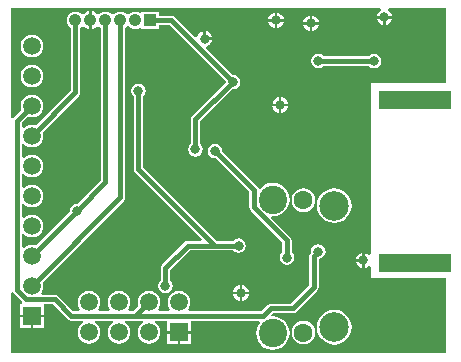
<source format=gbl>
%FSLAX25Y25*%
%MOIN*%
G70*
G01*
G75*
G04 Layer_Physical_Order=2*
G04 Layer_Color=16711680*
%ADD10R,0.07874X0.01969*%
%ADD11R,0.03543X0.03740*%
%ADD12R,0.03740X0.03543*%
%ADD13R,0.10268X0.03143*%
%ADD14R,0.10268X0.03543*%
%ADD15R,0.24016X0.06000*%
%ADD16O,0.01772X0.07284*%
%ADD17C,0.01500*%
%ADD18C,0.05906*%
%ADD19R,0.05906X0.05906*%
%ADD20R,0.05906X0.05906*%
%ADD21R,0.04200X0.04200*%
%ADD22C,0.04200*%
%ADD23C,0.03200*%
%ADD24C,0.09843*%
%ADD25C,0.09449*%
%ADD26C,0.06299*%
G36*
X347500Y392500D02*
X322500D01*
Y335850D01*
X321854Y335354D01*
X321311Y335771D01*
X320679Y336033D01*
X320400Y336070D01*
Y333500D01*
Y330930D01*
X320679Y330967D01*
X321311Y331229D01*
X321854Y331646D01*
X322500Y331150D01*
Y327500D01*
X347500D01*
Y302500D01*
X202500D01*
Y322630D01*
X203170Y322833D01*
X203382Y322515D01*
X206298Y319600D01*
X206030Y318953D01*
X205547D01*
Y315400D01*
X213453D01*
Y318917D01*
X216348D01*
X221385Y313880D01*
X221898Y313537D01*
X222503Y313417D01*
X226343D01*
X226389Y313305D01*
X226576Y312754D01*
X225823Y312176D01*
X225222Y311393D01*
X224844Y310480D01*
X224715Y309500D01*
X224844Y308520D01*
X225222Y307607D01*
X225823Y306823D01*
X226607Y306222D01*
X227520Y305844D01*
X228500Y305715D01*
X229480Y305844D01*
X230393Y306222D01*
X231176Y306823D01*
X231778Y307607D01*
X232156Y308520D01*
X232285Y309500D01*
X232156Y310480D01*
X231778Y311393D01*
X231176Y312176D01*
X230424Y312754D01*
X230611Y313305D01*
X230657Y313417D01*
X236343D01*
X236389Y313305D01*
X236576Y312754D01*
X235823Y312176D01*
X235222Y311393D01*
X234844Y310480D01*
X234715Y309500D01*
X234844Y308520D01*
X235222Y307607D01*
X235823Y306823D01*
X236607Y306222D01*
X237520Y305844D01*
X238500Y305715D01*
X239480Y305844D01*
X240393Y306222D01*
X241177Y306823D01*
X241778Y307607D01*
X242156Y308520D01*
X242285Y309500D01*
X242156Y310480D01*
X241778Y311393D01*
X241177Y312176D01*
X240424Y312754D01*
X240611Y313305D01*
X240657Y313417D01*
X246343D01*
X246389Y313305D01*
X246576Y312754D01*
X245824Y312176D01*
X245222Y311393D01*
X244844Y310480D01*
X244715Y309500D01*
X244844Y308520D01*
X245222Y307607D01*
X245824Y306823D01*
X246607Y306222D01*
X247520Y305844D01*
X248500Y305715D01*
X249480Y305844D01*
X250393Y306222D01*
X251177Y306823D01*
X251778Y307607D01*
X252156Y308520D01*
X252285Y309500D01*
X252156Y310480D01*
X251778Y311393D01*
X251177Y312176D01*
X250424Y312754D01*
X250611Y313305D01*
X250657Y313417D01*
X254547D01*
Y309900D01*
X262453D01*
Y313417D01*
X285202D01*
X285511Y312789D01*
X284938Y312042D01*
X284382Y310698D01*
X284192Y309256D01*
X284382Y307814D01*
X284938Y306470D01*
X285824Y305316D01*
X286978Y304430D01*
X288322Y303874D01*
X289764Y303684D01*
X291206Y303874D01*
X292550Y304430D01*
X293704Y305316D01*
X294589Y306470D01*
X295146Y307814D01*
X295336Y309256D01*
X295146Y310698D01*
X294589Y312042D01*
X293704Y313196D01*
X292550Y314082D01*
X291206Y314638D01*
X289764Y314828D01*
X289615Y314809D01*
X289306Y315436D01*
X289789Y315920D01*
X296500D01*
X297105Y316040D01*
X297618Y316383D01*
X297618Y316383D01*
X297618Y316383D01*
X304618Y323382D01*
X304960Y323895D01*
X305080Y324500D01*
X305080Y324500D01*
X305080Y324500D01*
Y324500D01*
Y334006D01*
X305858Y334160D01*
X306651Y334691D01*
X307182Y335485D01*
X307368Y336421D01*
X307182Y337358D01*
X306651Y338152D01*
X305858Y338682D01*
X304921Y338868D01*
X303985Y338682D01*
X303191Y338152D01*
X302660Y337358D01*
X302474Y336421D01*
X302509Y336244D01*
X302382Y336118D01*
X302040Y335605D01*
X301920Y335000D01*
Y325155D01*
X295845Y319080D01*
X289135D01*
X288530Y318960D01*
X288017Y318618D01*
X285977Y316578D01*
X261779D01*
X261470Y317205D01*
X261778Y317607D01*
X262156Y318520D01*
X262285Y319500D01*
X262156Y320480D01*
X261778Y321393D01*
X261176Y322177D01*
X260393Y322778D01*
X259480Y323156D01*
X258500Y323285D01*
X257520Y323156D01*
X256607Y322778D01*
X255823Y322177D01*
X255222Y321393D01*
X254844Y320480D01*
X254715Y319500D01*
X254844Y318520D01*
X255222Y317607D01*
X255531Y317205D01*
X255221Y316578D01*
X251779D01*
X251469Y317205D01*
X251778Y317607D01*
X252156Y318520D01*
X252285Y319500D01*
X252156Y320480D01*
X251778Y321393D01*
X251177Y322177D01*
X250393Y322778D01*
X249480Y323156D01*
X248500Y323285D01*
X247520Y323156D01*
X246607Y322778D01*
X245824Y322177D01*
X245222Y321393D01*
X244844Y320480D01*
X244715Y319500D01*
X244844Y318520D01*
X244973Y318208D01*
X243343Y316578D01*
X241779D01*
X241470Y317205D01*
X241778Y317607D01*
X242156Y318520D01*
X242285Y319500D01*
X242156Y320480D01*
X241778Y321393D01*
X241177Y322177D01*
X240393Y322778D01*
X239480Y323156D01*
X238500Y323285D01*
X237520Y323156D01*
X236607Y322778D01*
X235823Y322177D01*
X235222Y321393D01*
X234844Y320480D01*
X234715Y319500D01*
X234844Y318520D01*
X235222Y317607D01*
X235530Y317205D01*
X235221Y316578D01*
X231779D01*
X231469Y317205D01*
X231778Y317607D01*
X232156Y318520D01*
X232285Y319500D01*
X232156Y320480D01*
X231778Y321393D01*
X231176Y322177D01*
X230393Y322778D01*
X229480Y323156D01*
X228500Y323285D01*
X227520Y323156D01*
X226607Y322778D01*
X225823Y322177D01*
X225222Y321393D01*
X224844Y320480D01*
X224715Y319500D01*
X224844Y318520D01*
X225222Y317607D01*
X225531Y317205D01*
X225221Y316578D01*
X223157D01*
X218120Y321615D01*
X217607Y321957D01*
X217003Y322078D01*
X212779D01*
X212470Y322705D01*
X212778Y323107D01*
X213156Y324020D01*
X213285Y325000D01*
X213156Y325980D01*
X213027Y326292D01*
X240118Y353382D01*
X240460Y353895D01*
X240580Y354500D01*
X240580Y354500D01*
X240580Y354500D01*
Y354500D01*
Y411057D01*
X241068Y411432D01*
X241150Y411538D01*
X241850D01*
X241932Y411432D01*
X242537Y410967D01*
X243243Y410675D01*
X244000Y410575D01*
X244757Y410675D01*
X245462Y410967D01*
X245472Y410974D01*
X246100Y410665D01*
Y410600D01*
X251900D01*
Y411920D01*
X255345D01*
X274088Y393177D01*
X274053Y393000D01*
X274088Y392823D01*
X262882Y381617D01*
X262540Y381105D01*
X262420Y380500D01*
Y372330D01*
X262270Y372230D01*
X261739Y371436D01*
X261553Y370500D01*
X261739Y369564D01*
X262270Y368770D01*
X263064Y368239D01*
X264000Y368053D01*
X264936Y368239D01*
X265730Y368770D01*
X266261Y369564D01*
X266447Y370500D01*
X266261Y371436D01*
X265730Y372230D01*
X265580Y372330D01*
Y379845D01*
X276323Y390588D01*
X276500Y390553D01*
X277436Y390739D01*
X278230Y391270D01*
X278761Y392064D01*
X278947Y393000D01*
X278761Y393936D01*
X278230Y394730D01*
X277436Y395261D01*
X276500Y395447D01*
X276323Y395412D01*
X267485Y404250D01*
X267710Y404913D01*
X267730Y404916D01*
X268362Y405178D01*
X268905Y405594D01*
X269322Y406138D01*
X269584Y406770D01*
X269621Y407049D01*
X267051D01*
Y407449D01*
X266651D01*
Y410019D01*
X266372Y409982D01*
X265740Y409720D01*
X265197Y409303D01*
X264780Y408760D01*
X264518Y408127D01*
X264515Y408107D01*
X263853Y407882D01*
X257118Y414617D01*
X256605Y414960D01*
X256000Y415080D01*
X251900D01*
Y416400D01*
X246100D01*
Y416335D01*
X245472Y416026D01*
X245462Y416033D01*
X244757Y416325D01*
X244000Y416425D01*
X243243Y416325D01*
X242537Y416033D01*
X241932Y415568D01*
X241850Y415462D01*
X241150D01*
X241068Y415568D01*
X240462Y416033D01*
X239757Y416325D01*
X239000Y416425D01*
X238243Y416325D01*
X237538Y416033D01*
X236932Y415568D01*
X236850Y415462D01*
X236150D01*
X236068Y415568D01*
X235462Y416033D01*
X234757Y416325D01*
X234000Y416425D01*
X233243Y416325D01*
X232538Y416033D01*
X231940Y415574D01*
X231246Y415666D01*
X231211Y415711D01*
X230563Y416208D01*
X229809Y416520D01*
X229400Y416574D01*
Y413500D01*
Y410426D01*
X229809Y410480D01*
X230563Y410792D01*
X231211Y411289D01*
X231246Y411334D01*
X231893Y411419D01*
X232420Y410958D01*
Y360155D01*
X224677Y352412D01*
X224500Y352447D01*
X223564Y352261D01*
X222770Y351730D01*
X222239Y350936D01*
X222053Y350000D01*
X222088Y349823D01*
X210792Y338527D01*
X210480Y338656D01*
X209500Y338785D01*
X208520Y338656D01*
X207607Y338278D01*
X206823Y337677D01*
X206743Y337572D01*
X206080Y337797D01*
Y342203D01*
X206743Y342428D01*
X206823Y342323D01*
X207607Y341722D01*
X208520Y341344D01*
X209500Y341215D01*
X210480Y341344D01*
X211393Y341722D01*
X212176Y342323D01*
X212778Y343107D01*
X213156Y344020D01*
X213285Y345000D01*
X213156Y345980D01*
X212778Y346893D01*
X212176Y347676D01*
X211393Y348278D01*
X210480Y348656D01*
X209500Y348785D01*
X208520Y348656D01*
X207607Y348278D01*
X206823Y347676D01*
X206743Y347572D01*
X206080Y347797D01*
Y352203D01*
X206743Y352428D01*
X206823Y352324D01*
X207607Y351722D01*
X208520Y351344D01*
X209500Y351215D01*
X210480Y351344D01*
X211393Y351722D01*
X212176Y352324D01*
X212778Y353107D01*
X213156Y354020D01*
X213285Y355000D01*
X213156Y355980D01*
X212778Y356893D01*
X212176Y357677D01*
X211393Y358278D01*
X210480Y358656D01*
X209500Y358785D01*
X208520Y358656D01*
X207607Y358278D01*
X206823Y357677D01*
X206743Y357572D01*
X206080Y357797D01*
Y362203D01*
X206743Y362428D01*
X206823Y362323D01*
X207607Y361722D01*
X208520Y361344D01*
X209500Y361215D01*
X210480Y361344D01*
X211393Y361722D01*
X212176Y362323D01*
X212778Y363107D01*
X213156Y364020D01*
X213285Y365000D01*
X213156Y365980D01*
X212778Y366893D01*
X212176Y367676D01*
X211393Y368278D01*
X210480Y368656D01*
X209500Y368785D01*
X208520Y368656D01*
X207607Y368278D01*
X206823Y367676D01*
X206743Y367572D01*
X206080Y367797D01*
Y372203D01*
X206743Y372428D01*
X206823Y372323D01*
X207607Y371722D01*
X208520Y371344D01*
X209500Y371215D01*
X210480Y371344D01*
X211393Y371722D01*
X212176Y372323D01*
X212778Y373107D01*
X213156Y374020D01*
X213285Y375000D01*
X213156Y375980D01*
X213027Y376292D01*
X225117Y388383D01*
X225460Y388895D01*
X225580Y389500D01*
X225580Y389500D01*
X225580Y389500D01*
Y389500D01*
Y410958D01*
X226107Y411419D01*
X226754Y411334D01*
X226789Y411289D01*
X227437Y410792D01*
X228191Y410480D01*
X228600Y410426D01*
Y413500D01*
Y416574D01*
X228191Y416520D01*
X227437Y416208D01*
X226789Y415711D01*
X226754Y415666D01*
X226060Y415574D01*
X225463Y416033D01*
X224757Y416325D01*
X224000Y416425D01*
X223243Y416325D01*
X222537Y416033D01*
X221932Y415568D01*
X221467Y414962D01*
X221175Y414257D01*
X221075Y413500D01*
X221175Y412743D01*
X221467Y412038D01*
X221932Y411432D01*
X222420Y411057D01*
Y390155D01*
X210792Y378527D01*
X210480Y378656D01*
X209500Y378785D01*
X208520Y378656D01*
X207607Y378278D01*
X206823Y377677D01*
X206743Y377572D01*
X206080Y377797D01*
Y379345D01*
X208208Y381473D01*
X208520Y381344D01*
X209500Y381215D01*
X210480Y381344D01*
X211393Y381722D01*
X212176Y382324D01*
X212778Y383107D01*
X213156Y384020D01*
X213285Y385000D01*
X213156Y385980D01*
X212778Y386893D01*
X212176Y387677D01*
X211393Y388278D01*
X210480Y388656D01*
X209500Y388785D01*
X208520Y388656D01*
X207607Y388278D01*
X206823Y387677D01*
X206222Y386893D01*
X205844Y385980D01*
X205715Y385000D01*
X205844Y384020D01*
X205973Y383708D01*
X203382Y381118D01*
X203170Y380799D01*
X202500Y381002D01*
Y417500D01*
X325654D01*
X325791Y416814D01*
X325689Y416771D01*
X325146Y416354D01*
X324729Y415811D01*
X324467Y415179D01*
X324430Y414900D01*
X329570D01*
X329533Y415179D01*
X329271Y415811D01*
X328854Y416354D01*
X328311Y416771D01*
X328209Y416814D01*
X328346Y417500D01*
X347500D01*
Y392500D01*
D02*
G37*
%LPC*%
G36*
X319600Y336070D02*
X319321Y336033D01*
X318689Y335771D01*
X318146Y335354D01*
X317729Y334811D01*
X317467Y334179D01*
X317430Y333900D01*
X319600D01*
Y336070D01*
D02*
G37*
G36*
X245000Y392447D02*
X244064Y392261D01*
X243270Y391730D01*
X242739Y390936D01*
X242553Y390000D01*
X242739Y389064D01*
X243270Y388270D01*
X243420Y388170D01*
Y364000D01*
X243420Y364000D01*
X243420D01*
X243540Y363395D01*
X243882Y362882D01*
X266148Y340617D01*
X265880Y339970D01*
X261390D01*
X260785Y339850D01*
X260272Y339507D01*
X252883Y332118D01*
X252540Y331605D01*
X252420Y331000D01*
Y326831D01*
X252270Y326730D01*
X251739Y325936D01*
X251553Y325000D01*
X251739Y324064D01*
X252270Y323270D01*
X253064Y322739D01*
X254000Y322553D01*
X254936Y322739D01*
X255730Y323270D01*
X256261Y324064D01*
X256447Y325000D01*
X256261Y325936D01*
X255730Y326730D01*
X255580Y326831D01*
Y330345D01*
X262044Y336809D01*
X276559D01*
X276659Y336660D01*
X277453Y336129D01*
X278390Y335943D01*
X279326Y336129D01*
X280120Y336660D01*
X280651Y337453D01*
X280837Y338390D01*
X280651Y339326D01*
X280120Y340120D01*
X279326Y340651D01*
X278390Y340837D01*
X277453Y340651D01*
X276659Y340120D01*
X276559Y339970D01*
X271265D01*
X246580Y364655D01*
Y388170D01*
X246730Y388270D01*
X247261Y389064D01*
X247447Y390000D01*
X247261Y390936D01*
X246730Y391730D01*
X245936Y392261D01*
X245000Y392447D01*
D02*
G37*
G36*
X279542Y325212D02*
Y323042D01*
X281712D01*
X281675Y323321D01*
X281413Y323953D01*
X280996Y324496D01*
X280453Y324913D01*
X279820Y325175D01*
X279542Y325212D01*
D02*
G37*
G36*
X319600Y333100D02*
X317430D01*
X317467Y332821D01*
X317729Y332189D01*
X318146Y331646D01*
X318689Y331229D01*
X319321Y330967D01*
X319600Y330930D01*
Y333100D01*
D02*
G37*
G36*
X300000Y357531D02*
X298969Y357395D01*
X298008Y356997D01*
X297183Y356364D01*
X296550Y355539D01*
X296152Y354578D01*
X296016Y353547D01*
X296152Y352516D01*
X296550Y351555D01*
X297183Y350730D01*
X298008Y350097D01*
X298969Y349699D01*
X300000Y349564D01*
X301031Y349699D01*
X301992Y350097D01*
X302817Y350730D01*
X303450Y351555D01*
X303848Y352516D01*
X303984Y353547D01*
X303848Y354578D01*
X303450Y355539D01*
X302817Y356364D01*
X301992Y356997D01*
X301031Y357395D01*
X300000Y357531D01*
D02*
G37*
G36*
X291820Y384880D02*
X289651D01*
X289687Y384601D01*
X289949Y383968D01*
X290366Y383425D01*
X290909Y383009D01*
X291542Y382747D01*
X291820Y382710D01*
Y384880D01*
D02*
G37*
G36*
X310236Y357546D02*
X308743Y357350D01*
X307351Y356773D01*
X306156Y355856D01*
X305239Y354661D01*
X304662Y353269D01*
X304466Y351776D01*
X304662Y350282D01*
X305239Y348890D01*
X306156Y347695D01*
X307351Y346778D01*
X308743Y346202D01*
X310236Y346005D01*
X311730Y346202D01*
X313122Y346778D01*
X314317Y347695D01*
X315234Y348890D01*
X315810Y350282D01*
X316007Y351776D01*
X315810Y353269D01*
X315234Y354661D01*
X314317Y355856D01*
X313122Y356773D01*
X311730Y357350D01*
X310236Y357546D01*
D02*
G37*
G36*
X270500Y372447D02*
X269564Y372261D01*
X268770Y371730D01*
X268239Y370936D01*
X268053Y370000D01*
X268239Y369064D01*
X268770Y368270D01*
X269564Y367739D01*
X270500Y367553D01*
X270677Y367588D01*
X281909Y356356D01*
Y351145D01*
X281909Y351145D01*
X281909D01*
X282029Y350540D01*
X282372Y350028D01*
X292872Y339527D01*
Y336283D01*
X292723Y336183D01*
X292192Y335389D01*
X292006Y334453D01*
X292192Y333516D01*
X292723Y332722D01*
X293516Y332192D01*
X294453Y332006D01*
X295389Y332192D01*
X296183Y332722D01*
X296713Y333516D01*
X296900Y334453D01*
X296713Y335389D01*
X296183Y336183D01*
X296033Y336283D01*
Y340182D01*
X295913Y340786D01*
X295570Y341299D01*
X289306Y347564D01*
X289615Y348191D01*
X289764Y348172D01*
X291206Y348362D01*
X292550Y348918D01*
X293704Y349804D01*
X294589Y350958D01*
X295146Y352302D01*
X295336Y353744D01*
X295146Y355186D01*
X294589Y356530D01*
X293704Y357684D01*
X292550Y358570D01*
X291206Y359126D01*
X289764Y359316D01*
X288322Y359126D01*
X286978Y358570D01*
X285824Y357684D01*
X285635Y357438D01*
X284953Y357597D01*
X284949Y357615D01*
X284607Y358128D01*
X272912Y369823D01*
X272947Y370000D01*
X272761Y370936D01*
X272230Y371730D01*
X271436Y372261D01*
X270500Y372447D01*
D02*
G37*
G36*
X278742Y325212D02*
X278463Y325175D01*
X277831Y324913D01*
X277287Y324496D01*
X276871Y323953D01*
X276609Y323321D01*
X276572Y323042D01*
X278742D01*
Y325212D01*
D02*
G37*
G36*
X258100Y309100D02*
X254547D01*
Y305547D01*
X258100D01*
Y309100D01*
D02*
G37*
G36*
X262453D02*
X258900D01*
Y305547D01*
X262453D01*
Y309100D01*
D02*
G37*
G36*
X310236Y316995D02*
X308743Y316798D01*
X307351Y316222D01*
X306156Y315305D01*
X305239Y314110D01*
X304662Y312718D01*
X304466Y311224D01*
X304662Y309731D01*
X305239Y308339D01*
X306156Y307144D01*
X307351Y306227D01*
X308743Y305650D01*
X310236Y305454D01*
X311730Y305650D01*
X313122Y306227D01*
X314317Y307144D01*
X315234Y308339D01*
X315810Y309731D01*
X316007Y311224D01*
X315810Y312718D01*
X315234Y314110D01*
X314317Y315305D01*
X313122Y316222D01*
X311730Y316798D01*
X310236Y316995D01*
D02*
G37*
G36*
X300000Y313437D02*
X298969Y313301D01*
X298008Y312903D01*
X297183Y312270D01*
X296550Y311445D01*
X296152Y310484D01*
X296016Y309453D01*
X296152Y308422D01*
X296550Y307461D01*
X297183Y306636D01*
X298008Y306003D01*
X298969Y305605D01*
X300000Y305469D01*
X301031Y305605D01*
X301992Y306003D01*
X302817Y306636D01*
X303450Y307461D01*
X303848Y308422D01*
X303984Y309453D01*
X303848Y310484D01*
X303450Y311445D01*
X302817Y312270D01*
X301992Y312903D01*
X301031Y313301D01*
X300000Y313437D01*
D02*
G37*
G36*
X278742Y322242D02*
X276572D01*
X276609Y321963D01*
X276871Y321331D01*
X277287Y320787D01*
X277831Y320371D01*
X278463Y320109D01*
X278742Y320072D01*
Y322242D01*
D02*
G37*
G36*
X281712D02*
X279542D01*
Y320072D01*
X279820Y320109D01*
X280453Y320371D01*
X280996Y320787D01*
X281413Y321331D01*
X281675Y321963D01*
X281712Y322242D01*
D02*
G37*
G36*
X209100Y314600D02*
X205547D01*
Y311047D01*
X209100D01*
Y314600D01*
D02*
G37*
G36*
X213453D02*
X209900D01*
Y311047D01*
X213453D01*
Y314600D01*
D02*
G37*
G36*
X326600Y414100D02*
X324430D01*
X324467Y413821D01*
X324729Y413189D01*
X325146Y412646D01*
X325689Y412229D01*
X326321Y411967D01*
X326600Y411930D01*
Y414100D01*
D02*
G37*
G36*
X329570D02*
X327400D01*
Y411930D01*
X327679Y411967D01*
X328311Y412229D01*
X328854Y412646D01*
X329271Y413189D01*
X329533Y413821D01*
X329570Y414100D01*
D02*
G37*
G36*
X290412Y413100D02*
X288242D01*
X288279Y412821D01*
X288541Y412189D01*
X288957Y411646D01*
X289500Y411229D01*
X290133Y410967D01*
X290412Y410930D01*
Y413100D01*
D02*
G37*
G36*
X293381D02*
X291212D01*
Y410930D01*
X291490Y410967D01*
X292123Y411229D01*
X292666Y411646D01*
X293083Y412189D01*
X293345Y412821D01*
X293381Y413100D01*
D02*
G37*
G36*
X290412Y416070D02*
X290133Y416033D01*
X289500Y415771D01*
X288957Y415354D01*
X288541Y414811D01*
X288279Y414179D01*
X288242Y413900D01*
X290412D01*
Y416070D01*
D02*
G37*
G36*
X291212D02*
Y413900D01*
X293381D01*
X293345Y414179D01*
X293083Y414811D01*
X292666Y415354D01*
X292123Y415771D01*
X291490Y416033D01*
X291212Y416070D01*
D02*
G37*
G36*
X302100Y415070D02*
X301821Y415033D01*
X301189Y414771D01*
X300646Y414354D01*
X300229Y413811D01*
X299967Y413179D01*
X299930Y412900D01*
X302100D01*
Y415070D01*
D02*
G37*
G36*
X302900D02*
Y412900D01*
X305070D01*
X305033Y413179D01*
X304771Y413811D01*
X304354Y414354D01*
X303811Y414771D01*
X303179Y415033D01*
X302900Y415070D01*
D02*
G37*
G36*
X305070Y412100D02*
X302900D01*
Y409930D01*
X303179Y409967D01*
X303811Y410229D01*
X304354Y410646D01*
X304771Y411189D01*
X305033Y411821D01*
X305070Y412100D01*
D02*
G37*
G36*
X292620Y387849D02*
Y385680D01*
X294790D01*
X294754Y385958D01*
X294492Y386591D01*
X294075Y387134D01*
X293532Y387551D01*
X292899Y387813D01*
X292620Y387849D01*
D02*
G37*
G36*
X209500Y398785D02*
X208520Y398656D01*
X207607Y398278D01*
X206823Y397676D01*
X206222Y396893D01*
X205844Y395980D01*
X205715Y395000D01*
X205844Y394020D01*
X206222Y393107D01*
X206823Y392323D01*
X207607Y391722D01*
X208520Y391344D01*
X209500Y391215D01*
X210480Y391344D01*
X211393Y391722D01*
X212176Y392323D01*
X212778Y393107D01*
X213156Y394020D01*
X213285Y395000D01*
X213156Y395980D01*
X212778Y396893D01*
X212176Y397676D01*
X211393Y398278D01*
X210480Y398656D01*
X209500Y398785D01*
D02*
G37*
G36*
X294790Y384880D02*
X292620D01*
Y382710D01*
X292899Y382747D01*
X293532Y383009D01*
X294075Y383425D01*
X294492Y383968D01*
X294754Y384601D01*
X294790Y384880D01*
D02*
G37*
G36*
X291820Y387849D02*
X291542Y387813D01*
X290909Y387551D01*
X290366Y387134D01*
X289949Y386591D01*
X289687Y385958D01*
X289651Y385680D01*
X291820D01*
Y387849D01*
D02*
G37*
G36*
X267451Y410019D02*
Y407849D01*
X269621D01*
X269584Y408127D01*
X269322Y408760D01*
X268905Y409303D01*
X268362Y409720D01*
X267730Y409982D01*
X267451Y410019D01*
D02*
G37*
G36*
X302100Y412100D02*
X299930D01*
X299967Y411821D01*
X300229Y411189D01*
X300646Y410646D01*
X301189Y410229D01*
X301821Y409967D01*
X302100Y409930D01*
Y412100D01*
D02*
G37*
G36*
X209500Y408785D02*
X208520Y408656D01*
X207607Y408278D01*
X206823Y407677D01*
X206222Y406893D01*
X205844Y405980D01*
X205715Y405000D01*
X205844Y404020D01*
X206222Y403107D01*
X206823Y402323D01*
X207607Y401722D01*
X208520Y401344D01*
X209500Y401215D01*
X210480Y401344D01*
X211393Y401722D01*
X212176Y402323D01*
X212778Y403107D01*
X213156Y404020D01*
X213285Y405000D01*
X213156Y405980D01*
X212778Y406893D01*
X212176Y407677D01*
X211393Y408278D01*
X210480Y408656D01*
X209500Y408785D01*
D02*
G37*
G36*
X323500Y402447D02*
X322564Y402261D01*
X321770Y401730D01*
X321670Y401580D01*
X306831D01*
X306730Y401730D01*
X305936Y402261D01*
X305000Y402447D01*
X304064Y402261D01*
X303270Y401730D01*
X302739Y400936D01*
X302553Y400000D01*
X302739Y399064D01*
X303270Y398270D01*
X304064Y397739D01*
X305000Y397553D01*
X305936Y397739D01*
X306730Y398270D01*
X306831Y398420D01*
X321670D01*
X321770Y398270D01*
X322564Y397739D01*
X323500Y397553D01*
X324436Y397739D01*
X325230Y398270D01*
X325761Y399064D01*
X325947Y400000D01*
X325761Y400936D01*
X325230Y401730D01*
X324436Y402261D01*
X323500Y402447D01*
D02*
G37*
%LPD*%
D15*
X337008Y332750D02*
D03*
X337008Y386978D02*
D03*
D17*
X264000Y380500D02*
X276500Y393000D01*
X264000Y370500D02*
Y380500D01*
X270500Y370000D02*
X283489Y357011D01*
Y351145D02*
Y357011D01*
Y351145D02*
X294453Y340182D01*
Y334453D02*
Y340182D01*
X261390Y338390D02*
X278390D01*
X254000Y331000D02*
X261390Y338390D01*
X254000Y325000D02*
Y331000D01*
X209500Y335000D02*
X224500Y350000D01*
X234000Y359500D01*
X245000Y364000D02*
X270610Y338390D01*
X243997Y314997D02*
X286632D01*
X243997D02*
X248500Y319500D01*
X286632Y314997D02*
X289135Y317500D01*
X296500D01*
X303500Y324500D01*
Y335000D02*
X304921Y336421D01*
X303500Y324500D02*
Y335000D01*
X245000Y364000D02*
Y390000D01*
X222503Y314997D02*
X243997D01*
X217003Y320497D02*
X222503Y314997D01*
X204500Y323632D02*
X207635Y320497D01*
X204500Y323632D02*
Y380000D01*
X207635Y320497D02*
X217003D01*
X204500Y380000D02*
X209500Y385000D01*
X305000Y400000D02*
X323500D01*
X256000Y413500D02*
X276500Y393000D01*
X249000Y413500D02*
X256000D01*
X209500Y375000D02*
X224000Y389500D01*
Y413500D01*
X209500Y325000D02*
X239000Y354500D01*
Y413500D01*
X234000Y359500D02*
Y413500D01*
D18*
X228500Y319500D02*
D03*
X238500Y309500D02*
D03*
Y319500D02*
D03*
X248500Y309500D02*
D03*
Y319500D02*
D03*
X258500D02*
D03*
X228500Y309500D02*
D03*
X209500Y335000D02*
D03*
Y405000D02*
D03*
Y395000D02*
D03*
Y385000D02*
D03*
Y375000D02*
D03*
Y365000D02*
D03*
Y355000D02*
D03*
Y345000D02*
D03*
Y325000D02*
D03*
D19*
X258500Y309500D02*
D03*
D20*
X209500Y315000D02*
D03*
D21*
X249000Y413500D02*
D03*
D22*
X244000D02*
D03*
X239000D02*
D03*
X234000D02*
D03*
X229000D02*
D03*
X224000D02*
D03*
D23*
X264000Y370500D02*
D03*
X294453Y334453D02*
D03*
X270500Y370000D02*
D03*
X279142Y322642D02*
D03*
X320000Y333500D02*
D03*
X254000Y325000D02*
D03*
X224500Y350000D02*
D03*
X278390Y338390D02*
D03*
X304921Y336421D02*
D03*
X245000Y390000D02*
D03*
X292220Y385280D02*
D03*
X302500Y412500D02*
D03*
X305000Y400000D02*
D03*
X276500Y393000D02*
D03*
X290812Y413500D02*
D03*
X323500Y400000D02*
D03*
X267051Y407449D02*
D03*
X327000Y414500D02*
D03*
D24*
X310236Y351776D02*
D03*
Y311224D02*
D03*
D25*
X289764Y353744D02*
D03*
Y309256D02*
D03*
D26*
X300000Y309453D02*
D03*
Y353547D02*
D03*
M02*

</source>
